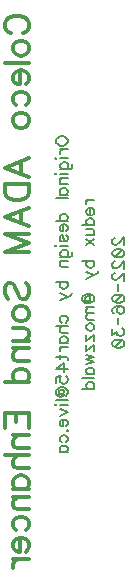
<source format=gbr>
G04 DipTrace 3.3.1.3*
G04 BottomSilk.gbr*
%MOMM*%
G04 #@! TF.FileFunction,Legend,Bot*
G04 #@! TF.Part,Single*
%ADD51C,0.15686*%
%ADD52C,0.31373*%
%FSLAX35Y35*%
G04*
G71*
G90*
G75*
G01*
G04 BotSilk*
%LPD*%
X4551071Y6527254D2*
D51*
X4555901Y6537025D1*
X4565671Y6546684D1*
X4575330Y6551625D1*
X4589930Y6556454D1*
X4614301D1*
X4628788Y6551625D1*
X4638559Y6546684D1*
X4648217Y6537025D1*
X4653159Y6527254D1*
Y6507825D1*
X4648217Y6498167D1*
X4638559Y6488396D1*
X4628788Y6483567D1*
X4614301Y6478737D1*
X4589930D1*
X4575330Y6483567D1*
X4565671Y6488396D1*
X4555901Y6498167D1*
X4551071Y6507825D1*
Y6527254D1*
X4585101Y6447365D2*
X4653159D1*
X4614301D2*
X4599701Y6442423D1*
X4589930Y6432765D1*
X4585101Y6422994D1*
Y6408394D1*
X4551071Y6377022D2*
X4555901Y6372192D1*
X4551071Y6367251D1*
X4546130Y6372192D1*
X4551071Y6377022D1*
X4585101Y6372192D2*
X4653159D1*
X4589930Y6277591D2*
X4667759D1*
X4682247Y6282420D1*
X4687188Y6287249D1*
X4692017Y6297020D1*
Y6311620D1*
X4687188Y6321278D1*
X4604530Y6277591D2*
X4594871Y6287249D1*
X4589930Y6297020D1*
Y6311620D1*
X4594871Y6321278D1*
X4604530Y6331049D1*
X4619130Y6335878D1*
X4628901D1*
X4643388Y6331049D1*
X4653159Y6321278D1*
X4657988Y6311620D1*
Y6297020D1*
X4653159Y6287249D1*
X4643388Y6277591D1*
X4551071Y6246218D2*
X4555901Y6241389D1*
X4551071Y6236447D1*
X4546130Y6241389D1*
X4551071Y6246218D1*
X4585101Y6241389D2*
X4653159D1*
X4585101Y6205075D2*
X4653159D1*
X4604530D2*
X4589930Y6190475D1*
X4585101Y6180704D1*
Y6166216D1*
X4589930Y6156445D1*
X4604530Y6151616D1*
X4653159D1*
X4585101Y6061956D2*
X4653159D1*
X4599701D2*
X4589930Y6071614D1*
X4585101Y6081385D1*
Y6095873D1*
X4589930Y6105644D1*
X4599701Y6115302D1*
X4614301Y6120244D1*
X4623959D1*
X4638559Y6115302D1*
X4648217Y6105644D1*
X4653159Y6095873D1*
Y6081385D1*
X4648217Y6071614D1*
X4638559Y6061956D1*
X4551071Y6030583D2*
X4653159D1*
X4551071Y5842166D2*
X4653159D1*
X4599701D2*
X4589930Y5851825D1*
X4585101Y5861595D1*
Y5876195D1*
X4589930Y5885854D1*
X4599701Y5895625D1*
X4614301Y5900454D1*
X4623959D1*
X4638559Y5895625D1*
X4648217Y5885854D1*
X4653159Y5876195D1*
Y5861595D1*
X4648217Y5851825D1*
X4638559Y5842166D1*
X4614301Y5810793D2*
Y5752506D1*
X4604530D1*
X4594759Y5757335D1*
X4589930Y5762164D1*
X4585101Y5771935D1*
Y5786535D1*
X4589930Y5796193D1*
X4599701Y5805964D1*
X4614301Y5810793D1*
X4623959D1*
X4638559Y5805964D1*
X4648217Y5796193D1*
X4653159Y5786535D1*
Y5771935D1*
X4648217Y5762164D1*
X4638559Y5752506D1*
X4599701Y5667675D2*
X4589930Y5672504D1*
X4585101Y5687104D1*
Y5701704D1*
X4589930Y5716304D1*
X4599701Y5721133D1*
X4609359Y5716304D1*
X4614301Y5706533D1*
X4619130Y5682275D1*
X4623959Y5672504D1*
X4633730Y5667675D1*
X4638559D1*
X4648217Y5672504D1*
X4653159Y5687104D1*
Y5701704D1*
X4648217Y5716304D1*
X4638559Y5721133D1*
X4551071Y5636302D2*
X4555901Y5631473D1*
X4551071Y5626531D1*
X4546130Y5631473D1*
X4551071Y5636302D1*
X4585101Y5631473D2*
X4653159D1*
X4589930Y5536871D2*
X4667759D1*
X4682247Y5541700D1*
X4687188Y5546530D1*
X4692017Y5556300D1*
Y5570900D1*
X4687188Y5580559D1*
X4604530Y5536871D2*
X4594871Y5546530D1*
X4589930Y5556300D1*
Y5570900D1*
X4594871Y5580559D1*
X4604530Y5590330D1*
X4619130Y5595159D1*
X4628901D1*
X4643388Y5590330D1*
X4653159Y5580559D1*
X4657988Y5570900D1*
Y5556300D1*
X4653159Y5546530D1*
X4643388Y5536871D1*
X4585101Y5505499D2*
X4653159D1*
X4604530D2*
X4589930Y5490899D1*
X4585101Y5481128D1*
Y5466640D1*
X4589930Y5456869D1*
X4604530Y5452040D1*
X4653159D1*
X4551071Y5321911D2*
X4653159D1*
X4599701D2*
X4589930Y5312140D1*
X4585101Y5302481D1*
Y5287881D1*
X4589930Y5278223D1*
X4599701Y5268452D1*
X4614301Y5263623D1*
X4623959D1*
X4638559Y5268452D1*
X4648217Y5278223D1*
X4653159Y5287881D1*
Y5302481D1*
X4648217Y5312140D1*
X4638559Y5321911D1*
X4585101Y5227309D2*
X4653159Y5198221D1*
X4672588Y5207879D1*
X4682359Y5217650D1*
X4687188Y5227309D1*
Y5232250D1*
X4585101Y5169021D2*
X4653159Y5198221D1*
X4599701Y4980491D2*
X4589930Y4990262D1*
X4585101Y5000033D1*
Y5014521D1*
X4589930Y5024291D1*
X4599701Y5033950D1*
X4614301Y5038891D1*
X4623959D1*
X4638559Y5033950D1*
X4648217Y5024291D1*
X4653159Y5014521D1*
Y5000033D1*
X4648217Y4990262D1*
X4638559Y4980491D1*
X4551071Y4949119D2*
X4653159D1*
X4604530D2*
X4589930Y4934519D1*
X4585101Y4924748D1*
Y4910148D1*
X4589930Y4900490D1*
X4604530Y4895660D1*
X4653159D1*
X4585101Y4806000D2*
X4653159D1*
X4599701D2*
X4589930Y4815659D1*
X4585101Y4825429D1*
Y4839917D1*
X4589930Y4849688D1*
X4599701Y4859346D1*
X4614301Y4864288D1*
X4623959D1*
X4638559Y4859346D1*
X4648217Y4849688D1*
X4653159Y4839917D1*
Y4825429D1*
X4648217Y4815659D1*
X4638559Y4806000D1*
X4585101Y4774628D2*
X4653159D1*
X4614301D2*
X4599701Y4769686D1*
X4589930Y4760028D1*
X4585101Y4750257D1*
Y4735657D1*
X4551071Y4689684D2*
X4633730D1*
X4648217Y4684855D1*
X4653159Y4675084D1*
Y4665426D1*
X4585101Y4704284D2*
Y4670255D1*
X4653159Y4585424D2*
X4551184D1*
X4619130Y4634053D1*
Y4561166D1*
X4551184Y4471505D2*
Y4520022D1*
X4594871Y4524851D1*
X4590042Y4520022D1*
X4585101Y4505422D1*
Y4490934D1*
X4590042Y4476334D1*
X4599701Y4466564D1*
X4614301Y4461734D1*
X4623959D1*
X4638559Y4466564D1*
X4648330Y4476334D1*
X4653159Y4490934D1*
Y4505422D1*
X4648330Y4520022D1*
X4643388Y4524851D1*
X4633730Y4529793D1*
X4575442Y4376903D2*
Y4391503D1*
X4580271Y4401162D1*
X4585101Y4406103D1*
X4594871Y4410933D1*
X4614301D1*
X4619130Y4406103D1*
Y4396333D1*
X4614301Y4376903D1*
X4623959Y4372074D1*
Y4367245D1*
X4614301Y4357474D1*
X4590042Y4352645D1*
X4575442Y4357474D1*
X4565671Y4362303D1*
X4556013Y4372074D1*
X4551184Y4381733D1*
Y4401162D1*
X4556013Y4410933D1*
X4565671Y4420591D1*
X4575442Y4425533D1*
X4590042Y4430362D1*
X4614301D1*
X4628901Y4425533D1*
X4638559Y4420591D1*
X4648330Y4410933D1*
X4653159Y4401162D1*
Y4381733D1*
X4648330Y4372074D1*
X4638559Y4362303D1*
X4570613Y4376903D2*
X4614301D1*
X4551071Y4321272D2*
X4653159D1*
X4551071Y4289900D2*
X4555901Y4285071D1*
X4551071Y4280129D1*
X4546130Y4285071D1*
X4551071Y4289900D1*
X4585101Y4285071D2*
X4653159D1*
X4585101Y4248757D2*
X4653159Y4219557D1*
X4585101Y4190469D1*
X4614301Y4159096D2*
Y4100809D1*
X4604530D1*
X4594759Y4105638D1*
X4589930Y4110467D1*
X4585101Y4120238D1*
Y4134838D1*
X4589930Y4144496D1*
X4599701Y4154267D1*
X4614301Y4159096D1*
X4623959D1*
X4638559Y4154267D1*
X4648217Y4144496D1*
X4653159Y4134838D1*
Y4120238D1*
X4648218Y4110467D1*
X4638559Y4100809D1*
X4643388Y4064607D2*
X4648330Y4069436D1*
X4653159Y4064607D1*
X4648330Y4059665D1*
X4643388Y4064607D1*
X4599701Y3969893D2*
X4589930Y3979664D1*
X4585101Y3989434D1*
Y4003922D1*
X4589930Y4013693D1*
X4599701Y4023351D1*
X4614301Y4028293D1*
X4623959D1*
X4638559Y4023351D1*
X4648218Y4013693D1*
X4653159Y4003922D1*
Y3989434D1*
X4648218Y3979664D1*
X4638559Y3969893D1*
X4585101Y3880233D2*
X4653159D1*
X4599701D2*
X4589930Y3889891D1*
X4585101Y3899662D1*
Y3914150D1*
X4589930Y3923921D1*
X4599701Y3933579D1*
X4614301Y3938520D1*
X4623959D1*
X4638559Y3933579D1*
X4648218Y3923920D1*
X4653159Y3914150D1*
Y3899662D1*
X4648218Y3889891D1*
X4638559Y3880233D1*
X4807351Y6021250D2*
X4875409D1*
X4836551D2*
X4821951Y6016308D1*
X4812180Y6006650D1*
X4807351Y5996879D1*
Y5982279D1*
X4836551Y5950906D2*
Y5892619D1*
X4826780D1*
X4817009Y5897448D1*
X4812180Y5902277D1*
X4807351Y5912048D1*
Y5926648D1*
X4812180Y5936306D1*
X4821951Y5946077D1*
X4836551Y5950906D1*
X4846209D1*
X4860809Y5946077D1*
X4870467Y5936306D1*
X4875409Y5926648D1*
Y5912048D1*
X4870467Y5902277D1*
X4860809Y5892619D1*
X4773321Y5802958D2*
X4875409D1*
X4821951D2*
X4812180Y5812617D1*
X4807351Y5822388D1*
Y5836988D1*
X4812180Y5846646D1*
X4821951Y5856417D1*
X4836551Y5861246D1*
X4846209D1*
X4860809Y5856417D1*
X4870467Y5846646D1*
X4875409Y5836988D1*
Y5822388D1*
X4870467Y5812617D1*
X4860809Y5802958D1*
X4807351Y5771586D2*
X4855980D1*
X4870467Y5766757D1*
X4875409Y5756986D1*
Y5742386D1*
X4870467Y5732727D1*
X4855980Y5718127D1*
X4807351D2*
X4875409D1*
X4807351Y5686755D2*
X4875409Y5633296D1*
X4807351D2*
X4875409Y5686755D1*
X4773321Y5503167D2*
X4875409D1*
X4821951D2*
X4812180Y5493396D1*
X4807351Y5483738D1*
Y5469138D1*
X4812180Y5459479D1*
X4821951Y5449708D1*
X4836551Y5444879D1*
X4846209D1*
X4860809Y5449708D1*
X4870467Y5459479D1*
X4875409Y5469138D1*
Y5483738D1*
X4870467Y5493396D1*
X4860809Y5503167D1*
X4807351Y5408565D2*
X4875409Y5379477D1*
X4894838Y5389136D1*
X4904609Y5398907D1*
X4909438Y5408565D1*
Y5413507D1*
X4807351Y5350277D2*
X4875409Y5379477D1*
X4797692Y5166689D2*
Y5181289D1*
X4802521Y5190948D1*
X4807351Y5195889D1*
X4817121Y5200718D1*
X4836551D1*
X4841380Y5195889D1*
Y5186118D1*
X4836551Y5166689D1*
X4846209Y5161860D1*
Y5157031D1*
X4836551Y5147260D1*
X4812292Y5142431D1*
X4797692Y5147260D1*
X4787921Y5152089D1*
X4778263Y5161860D1*
X4773434Y5171518D1*
Y5190948D1*
X4778263Y5200718D1*
X4787921Y5210377D1*
X4797692Y5215318D1*
X4812292Y5220148D1*
X4836551D1*
X4851151Y5215318D1*
X4860809Y5210377D1*
X4870580Y5200718D1*
X4875409Y5190948D1*
Y5171518D1*
X4870580Y5161860D1*
X4860809Y5152089D1*
X4792863Y5166689D2*
X4836551D1*
X4807351Y5111058D2*
X4875409D1*
X4826780D2*
X4812180Y5096458D1*
X4807351Y5086687D1*
Y5072200D1*
X4812180Y5062429D1*
X4826780Y5057600D1*
X4875409D1*
X4826780D2*
X4812180Y5043000D1*
X4807351Y5033229D1*
Y5018741D1*
X4812180Y5008970D1*
X4826780Y5004029D1*
X4875409D1*
X4807351Y4948398D2*
X4812180Y4958056D1*
X4821951Y4967827D1*
X4836551Y4972656D1*
X4846209D1*
X4860809Y4967827D1*
X4870467Y4958056D1*
X4875409Y4948398D1*
Y4933798D1*
X4870467Y4924027D1*
X4860809Y4914369D1*
X4846209Y4909427D1*
X4836551D1*
X4821951Y4914369D1*
X4812180Y4924027D1*
X4807351Y4933798D1*
Y4948398D1*
Y4878055D2*
Y4824596D1*
X4875409Y4878055D1*
Y4824596D1*
X4807351Y4793224D2*
Y4739765D1*
X4875409Y4793224D1*
Y4739765D1*
X4807351Y4708393D2*
X4875409Y4688963D1*
X4807351Y4669534D1*
X4875409Y4650105D1*
X4807351Y4630676D1*
Y4541015D2*
X4875409D1*
X4821951D2*
X4812180Y4550674D1*
X4807351Y4560445D1*
Y4574932D1*
X4812180Y4584703D1*
X4821951Y4594362D1*
X4836551Y4599303D1*
X4846209D1*
X4860809Y4594362D1*
X4870468Y4584703D1*
X4875409Y4574932D1*
Y4560445D1*
X4870468Y4550674D1*
X4860809Y4541015D1*
X4773321Y4509643D2*
X4875409D1*
X4773321Y4419983D2*
X4875409D1*
X4821951D2*
X4812180Y4429641D1*
X4807351Y4439412D1*
Y4454012D1*
X4812180Y4463671D1*
X4821951Y4473441D1*
X4836551Y4478270D1*
X4846209D1*
X4860809Y4473441D1*
X4870468Y4463670D1*
X4875409Y4454012D1*
Y4439412D1*
X4870468Y4429641D1*
X4860809Y4419983D1*
X4168897Y7429934D2*
D52*
X4149580Y7439593D1*
X4130038Y7459134D1*
X4120380Y7478451D1*
Y7517310D1*
X4130038Y7536851D1*
X4149580Y7556168D1*
X4168897Y7566051D1*
X4198097Y7575710D1*
X4246838D1*
X4275814Y7566051D1*
X4295355Y7556168D1*
X4314672Y7536851D1*
X4324555Y7517310D1*
Y7478451D1*
X4314672Y7459134D1*
X4295355Y7439593D1*
X4275814Y7429934D1*
X4188438Y7318672D2*
X4198097Y7337989D1*
X4217638Y7357531D1*
X4246838Y7367189D1*
X4266155D1*
X4295355Y7357531D1*
X4314672Y7337989D1*
X4324555Y7318672D1*
Y7289472D1*
X4314672Y7269931D1*
X4295355Y7250614D1*
X4266155Y7240731D1*
X4246838D1*
X4217638Y7250614D1*
X4198097Y7269931D1*
X4188438Y7289472D1*
Y7318672D1*
X4120380Y7177986D2*
X4324555D1*
X4246838Y7115241D2*
Y6998665D1*
X4227297D1*
X4207755Y7008324D1*
X4198097Y7017982D1*
X4188438Y7037524D1*
Y7066724D1*
X4198097Y7086041D1*
X4217638Y7105582D1*
X4246838Y7115241D1*
X4266155D1*
X4295355Y7105582D1*
X4314672Y7086041D1*
X4324555Y7066724D1*
Y7037524D1*
X4314672Y7017982D1*
X4295355Y6998665D1*
X4217638Y6819120D2*
X4198097Y6838662D1*
X4188438Y6858203D1*
Y6887179D1*
X4198097Y6906720D1*
X4217638Y6926037D1*
X4246838Y6935920D1*
X4266155D1*
X4295355Y6926037D1*
X4314672Y6906720D1*
X4324555Y6887179D1*
Y6858203D1*
X4314672Y6838662D1*
X4295355Y6819120D1*
X4188438Y6707858D2*
X4198097Y6727175D1*
X4217638Y6746717D1*
X4246838Y6756375D1*
X4266155D1*
X4295355Y6746717D1*
X4314672Y6727175D1*
X4324555Y6707858D1*
Y6678658D1*
X4314672Y6659117D1*
X4295355Y6639800D1*
X4266155Y6629917D1*
X4246838D1*
X4217638Y6639800D1*
X4198097Y6659117D1*
X4188438Y6678658D1*
Y6707858D1*
X4324555Y6213999D2*
X4120380Y6291940D1*
X4324555Y6369657D1*
X4256497Y6340457D2*
Y6243199D1*
X4120380Y6151254D2*
X4324555D1*
Y6083195D1*
X4314672Y6053995D1*
X4295355Y6034454D1*
X4275814Y6024795D1*
X4246838Y6015137D1*
X4198097D1*
X4168897Y6024795D1*
X4149580Y6034454D1*
X4130038Y6053995D1*
X4120380Y6083195D1*
Y6151254D1*
X4324555Y5796733D2*
X4120380Y5874675D1*
X4324555Y5952392D1*
X4256497Y5923192D2*
Y5825933D1*
X4324555Y5578554D2*
X4120380D1*
X4324555Y5656271D1*
X4120380Y5733988D1*
X4324555D1*
X4149580Y5182178D2*
X4130038Y5201495D1*
X4120380Y5230695D1*
Y5269553D1*
X4130038Y5298753D1*
X4149580Y5318295D1*
X4168897D1*
X4188438Y5308412D1*
X4198097Y5298753D1*
X4207755Y5279436D1*
X4227297Y5221036D1*
X4236955Y5201495D1*
X4246838Y5191836D1*
X4266155Y5182178D1*
X4295355D1*
X4314672Y5201495D1*
X4324555Y5230695D1*
Y5269553D1*
X4314672Y5298753D1*
X4295355Y5318295D1*
X4188438Y5070916D2*
X4198097Y5090233D1*
X4217638Y5109774D1*
X4246838Y5119433D1*
X4266155D1*
X4295355Y5109774D1*
X4314672Y5090233D1*
X4324555Y5070916D1*
Y5041716D1*
X4314672Y5022174D1*
X4295355Y5002857D1*
X4266155Y4992974D1*
X4246838D1*
X4217638Y5002857D1*
X4198097Y5022174D1*
X4188438Y5041716D1*
Y5070916D1*
Y4930229D2*
X4285697D1*
X4314672Y4920571D1*
X4324555Y4901029D1*
Y4871829D1*
X4314672Y4852512D1*
X4285697Y4823312D1*
X4188438D2*
X4324555D1*
X4188438Y4760567D2*
X4324555D1*
X4227297D2*
X4198097Y4731367D1*
X4188438Y4711826D1*
Y4682850D1*
X4198097Y4663309D1*
X4227297Y4653650D1*
X4324555D1*
X4120380Y4474330D2*
X4324555D1*
X4217638D2*
X4198097Y4493647D1*
X4188438Y4513188D1*
Y4542388D1*
X4198097Y4561705D1*
X4217638Y4581247D1*
X4246838Y4590905D1*
X4266155D1*
X4295355Y4581247D1*
X4314672Y4561705D1*
X4324555Y4542388D1*
Y4513188D1*
X4314672Y4493647D1*
X4295355Y4474330D1*
X4120380Y4087837D2*
Y4214070D1*
X4324555D1*
Y4087837D1*
X4217638Y4214070D2*
Y4136353D1*
X4188438Y4025091D2*
X4324555D1*
X4227297D2*
X4198097Y3995891D1*
X4188438Y3976350D1*
Y3947375D1*
X4198097Y3927833D1*
X4227297Y3918175D1*
X4324555Y3918174D1*
X4120380Y3855429D2*
X4324555D1*
X4227297D2*
X4198097Y3826229D1*
X4188438Y3806688D1*
Y3777488D1*
X4198097Y3758171D1*
X4227297Y3748512D1*
X4324555D1*
X4188438Y3569192D2*
X4324555D1*
X4217638D2*
X4198097Y3588509D1*
X4188438Y3608050D1*
Y3637026D1*
X4198097Y3656567D1*
X4217638Y3675884D1*
X4246838Y3685767D1*
X4266155D1*
X4295355Y3675884D1*
X4314672Y3656567D1*
X4324555Y3637026D1*
Y3608050D1*
X4314672Y3588509D1*
X4295355Y3569192D1*
X4188439Y3506447D2*
X4324555D1*
X4227297D2*
X4198097Y3477247D1*
X4188439Y3457705D1*
Y3428730D1*
X4198097Y3409188D1*
X4227297Y3399530D1*
X4324555D1*
X4217639Y3219985D2*
X4198097Y3239526D1*
X4188439Y3259068D1*
Y3288043D1*
X4198097Y3307585D1*
X4217639Y3326902D1*
X4246839Y3336785D1*
X4266155D1*
X4295355Y3326902D1*
X4314672Y3307585D1*
X4324555Y3288043D1*
Y3259068D1*
X4314672Y3239526D1*
X4295355Y3219985D1*
X4246839Y3157240D2*
Y3040665D1*
X4227297D1*
X4207755Y3050323D1*
X4198097Y3059982D1*
X4188439Y3079523D1*
Y3108723D1*
X4198097Y3128040D1*
X4217639Y3147581D1*
X4246839Y3157240D1*
X4266155D1*
X4295355Y3147581D1*
X4314672Y3128040D1*
X4324555Y3108723D1*
Y3079523D1*
X4314672Y3059981D1*
X4295355Y3040665D1*
X4188439Y2977920D2*
X4324555Y2977919D1*
X4246839Y2977920D2*
X4217639Y2968037D1*
X4198097Y2948720D1*
X4188438Y2929178D1*
Y2899978D1*
X5053800Y5696370D2*
D51*
X5048970D1*
X5039200Y5691541D1*
X5034370Y5686712D1*
X5029541Y5676941D1*
Y5657512D1*
X5034370Y5647853D1*
X5039200Y5643024D1*
X5048970Y5638083D1*
X5058629D1*
X5068400Y5643024D1*
X5082887Y5652683D1*
X5131516Y5701312D1*
Y5633253D1*
X5029541Y5572681D2*
X5034370Y5587281D1*
X5048970Y5597052D1*
X5073229Y5601881D1*
X5087829D1*
X5112087Y5597052D1*
X5126687Y5587281D1*
X5131516Y5572681D1*
Y5563022D1*
X5126687Y5548422D1*
X5112087Y5538764D1*
X5087829Y5533822D1*
X5073229D1*
X5048970Y5538764D1*
X5034370Y5548422D1*
X5029541Y5563022D1*
Y5572681D1*
X5048970Y5538764D2*
X5112087Y5597052D1*
X5053800Y5497508D2*
X5048970D1*
X5039200Y5492679D1*
X5034370Y5487850D1*
X5029541Y5478079D1*
Y5458650D1*
X5034370Y5448991D1*
X5039200Y5444162D1*
X5048970Y5439221D1*
X5058629D1*
X5068400Y5444162D1*
X5082887Y5453821D1*
X5131516Y5502450D1*
Y5434391D1*
X5053800Y5398077D2*
X5048970D1*
X5039200Y5393248D1*
X5034370Y5388419D1*
X5029541Y5378648D1*
Y5359219D1*
X5034370Y5349560D1*
X5039200Y5344731D1*
X5048970Y5339790D1*
X5058629D1*
X5068400Y5344731D1*
X5082887Y5354390D1*
X5131516Y5403019D1*
Y5334960D1*
X5080529Y5303588D2*
Y5247434D1*
X5029541Y5186861D2*
X5034370Y5201461D1*
X5048970Y5211232D1*
X5073229Y5216061D1*
X5087829D1*
X5112087Y5211232D1*
X5126687Y5201461D1*
X5131517Y5186861D1*
Y5177203D1*
X5126687Y5162603D1*
X5112087Y5152945D1*
X5087829Y5148003D1*
X5073229D1*
X5048970Y5152945D1*
X5034370Y5162603D1*
X5029541Y5177203D1*
Y5186861D1*
X5048970Y5152945D2*
X5112087Y5211232D1*
X5044029Y5058343D2*
X5034370Y5063172D1*
X5029541Y5077772D1*
Y5087430D1*
X5034370Y5102030D1*
X5048970Y5111801D1*
X5073229Y5116630D1*
X5097487D1*
X5116917Y5111801D1*
X5126687Y5102030D1*
X5131517Y5087430D1*
Y5082601D1*
X5126687Y5068113D1*
X5116917Y5058343D1*
X5102317Y5053514D1*
X5097487D1*
X5082887Y5058343D1*
X5073229Y5068114D1*
X5068400Y5082601D1*
Y5087430D1*
X5073229Y5102030D1*
X5082887Y5111801D1*
X5097487Y5116630D1*
X5080529Y5022141D2*
Y4965987D1*
X5029541Y4924844D2*
Y4871498D1*
X5068400Y4900585D1*
Y4885985D1*
X5073229Y4876327D1*
X5078058Y4871498D1*
X5092658Y4866556D1*
X5102317D1*
X5116917Y4871498D1*
X5126687Y4881156D1*
X5131517Y4895756D1*
Y4910356D1*
X5126687Y4924844D1*
X5121746Y4929673D1*
X5112087Y4934615D1*
X5029541Y4805984D2*
X5034370Y4820584D1*
X5048970Y4830355D1*
X5073229Y4835184D1*
X5087829D1*
X5112087Y4830354D1*
X5126687Y4820584D1*
X5131517Y4805984D1*
Y4796325D1*
X5126687Y4781725D1*
X5112087Y4772067D1*
X5087829Y4767125D1*
X5073229D1*
X5048970Y4772067D1*
X5034370Y4781725D1*
X5029541Y4796325D1*
Y4805984D1*
X5048970Y4772067D2*
X5112087Y4830354D1*
M02*

</source>
